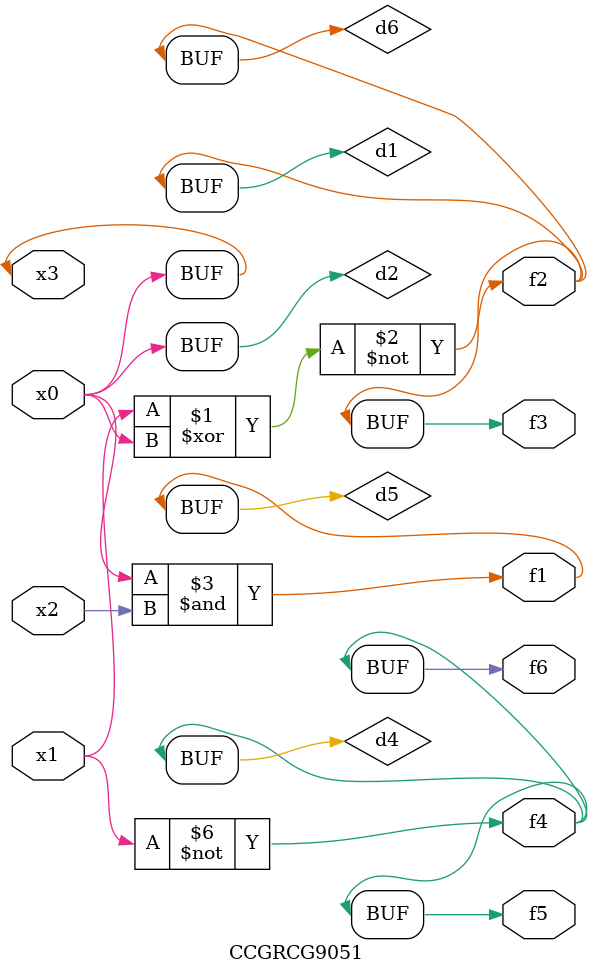
<source format=v>
module CCGRCG9051(
	input x0, x1, x2, x3,
	output f1, f2, f3, f4, f5, f6
);

	wire d1, d2, d3, d4, d5, d6;

	xnor (d1, x1, x3);
	buf (d2, x0, x3);
	nand (d3, x0, x2);
	not (d4, x1);
	nand (d5, d3);
	or (d6, d1);
	assign f1 = d5;
	assign f2 = d6;
	assign f3 = d6;
	assign f4 = d4;
	assign f5 = d4;
	assign f6 = d4;
endmodule

</source>
